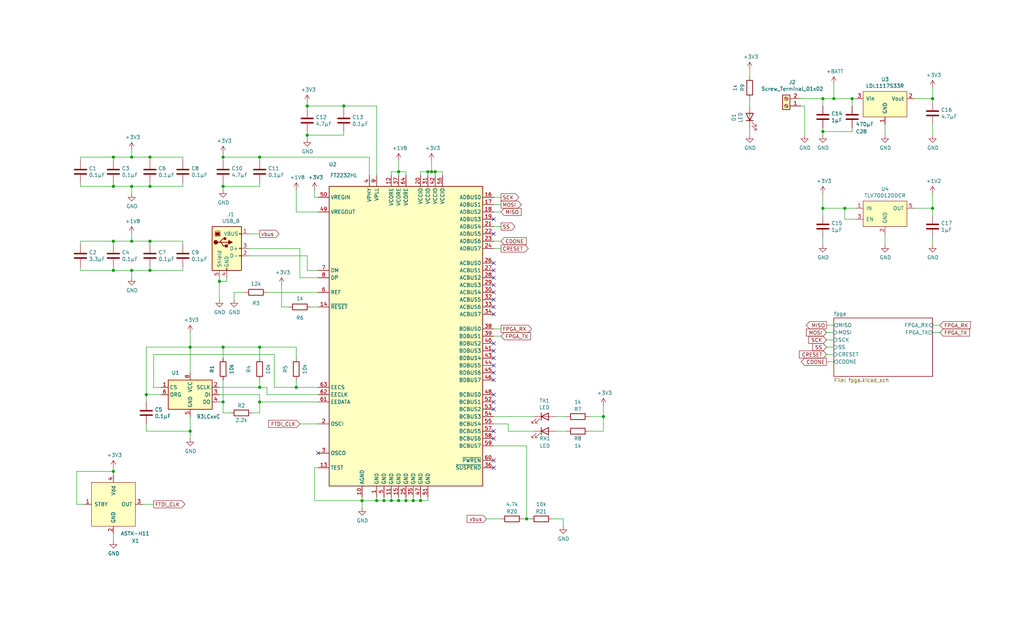
<source format=kicad_sch>
(kicad_sch (version 20231120) (generator "eeschema") (generator_version "8.0")
  (paper "USLegal")
  (lib_symbols
    (symbol "Connector:Screw_Terminal_01x02" (pin_names (offset 1.016) hide)
      (property "Reference" "J" (at 0 2.54 0))
      (property "Value" "Screw_Terminal_01x02" (at 0 -5.08 0))
      (symbol "Screw_Terminal_01x02_1_1"
        (rectangle (start -1.27 1.27) (end 1.27 -3.81) (stroke (width 0.254)) (fill (type background)))
        (circle (center 0 -2.54) (radius 0.635) (stroke (width 0.1524)))
        (polyline (pts (xy -0.5334 -2.2098) (xy 0.3302 -3.048)) (stroke (width 0.1524)))
        (polyline (pts (xy -0.5334 0.3302) (xy 0.3302 -0.508)) (stroke (width 0.1524)))
        (polyline (pts (xy -0.3556 -2.032) (xy 0.508 -2.8702)) (stroke (width 0.1524)))
        (polyline (pts (xy -0.3556 0.508) (xy 0.508 -0.3302)) (stroke (width 0.1524)))
        (circle (center 0 0) (radius 0.635) (stroke (width 0.1524)))
        (pin passive line (at -5.08 0 0) (length 3.81) (name "Pin_1") (number "1"))
        (pin passive line (at -5.08 -2.54 0) (length 3.81) (name "Pin_2") (number "2"))
      )
    )
    (symbol "Connector:USB_B" (pin_names (offset 1.016))
      (property "Reference" "J" (at -5.08 11.43 0))
      (property "Value" "USB_B" (at -5.08 8.89 0))
      (symbol "USB_B_0_1"
        (rectangle (start -5.08 -7.62) (end 5.08 7.62) (stroke (width 0.254)) (fill (type background)))
        (circle (center -3.81 2.159) (radius 0.635) (stroke (width 0.254)) (fill (type outline)))
        (rectangle (start -3.81 5.588) (end -2.54 4.572) (fill (type outline)))
        (circle (center -0.635 3.429) (radius 0.381) (stroke (width 0.254)) (fill (type outline)))
        (rectangle (start -0.127 -7.62) (end 0.127 -6.858))
        (polyline (pts (xy -1.905 2.159) (xy 0.635 2.159)) (stroke (width 0.254)))
        (polyline (pts (xy -3.175 2.159) (xy -2.54 2.159) (xy -1.27 3.429) (xy -0.635 3.429)) (stroke (width 0.254)))
        (polyline (pts (xy -2.54 2.159) (xy -1.905 2.159) (xy -1.27 0.889) (xy 0 0.889)) (stroke (width 0.254)))
        (polyline (pts (xy 0.635 2.794) (xy 0.635 1.524) (xy 1.905 2.159) (xy 0.635 2.794)) (stroke (width 0.254)) (fill (type outline)))
        (polyline (pts (xy -4.064 4.318) (xy -2.286 4.318) (xy -2.286 5.715) (xy -2.667 6.096) (xy -3.683 6.096) (xy -4.064 5.715) (xy -4.064 4.318)))
        (rectangle (start 0.254 1.27) (end -0.508 0.508) (stroke (width 0.254)) (fill (type outline)))
        (rectangle (start 5.08 -2.667) (end 4.318 -2.413))
        (rectangle (start 5.08 -0.127) (end 4.318 0.127))
        (rectangle (start 5.08 4.953) (end 4.318 5.207))
      )
      (symbol "USB_B_1_1"
        (pin power_out line (at 7.62 5.08 180) (length 2.54) (name "VBUS") (number "1"))
        (pin bidirectional line (at 7.62 -2.54 180) (length 2.54) (name "D-") (number "2"))
        (pin bidirectional line (at 7.62 0 180) (length 2.54) (name "D+") (number "3"))
        (pin power_out line (at 0 -10.16 90) (length 2.54) (name "GND") (number "4"))
        (pin passive line (at -2.54 -10.16 90) (length 2.54) (name "Shield") (number "5"))
      )
    )
    (symbol "Device:C" (pin_numbers hide) (pin_names (offset 0.254))
      (property "Reference" "C" (at 0.635 2.54 0))
      (property "Value" "C" (at 0.635 -2.54 0))
      (symbol "C_0_1"
        (polyline (pts (xy -2.032 -0.762) (xy 2.032 -0.762)) (stroke (width 0.508)))
        (polyline (pts (xy -2.032 0.762) (xy 2.032 0.762)) (stroke (width 0.508)))
      )
      (symbol "C_1_1"
        (pin passive line (at 0 3.81 270) (length 2.794) (name "~") (number "1"))
        (pin passive line (at 0 -3.81 90) (length 2.794) (name "~") (number "2"))
      )
    )
    (symbol "Device:LED" (pin_numbers hide) (pin_names (offset 1.016) hide)
      (property "Reference" "D" (at 0 2.54 0))
      (property "Value" "LED" (at 0 -2.54 0))
      (symbol "LED_0_1"
        (polyline (pts (xy -1.27 -1.27) (xy -1.27 1.27)) (stroke (width 0.254)))
        (polyline (pts (xy -1.27 0) (xy 1.27 0)))
        (polyline (pts (xy 1.27 -1.27) (xy 1.27 1.27) (xy -1.27 0) (xy 1.27 -1.27)) (stroke (width 0.254)))
        (polyline (pts (xy -3.048 -0.762) (xy -4.572 -2.286) (xy -3.81 -2.286) (xy -4.572 -2.286) (xy -4.572 -1.524)))
        (polyline (pts (xy -1.778 -0.762) (xy -3.302 -2.286) (xy -2.54 -2.286) (xy -3.302 -2.286) (xy -3.302 -1.524)))
      )
      (symbol "LED_1_1"
        (pin passive line (at -3.81 0 0) (length 2.54) (name "K") (number "1"))
        (pin passive line (at 3.81 0 180) (length 2.54) (name "A") (number "2"))
      )
    )
    (symbol "Device:R" (pin_numbers hide) (pin_names (offset 0))
      (property "Reference" "R" (at 2.032 0 90))
      (property "Value" "R" (at 0 0 90))
      (symbol "R_0_1"
        (rectangle (start -1.016 -2.54) (end 1.016 2.54) (stroke (width 0.254)))
      )
      (symbol "R_1_1"
        (pin passive line (at 0 3.81 270) (length 1.27) (name "~") (number "1"))
        (pin passive line (at 0 -3.81 90) (length 1.27) (name "~") (number "2"))
      )
    )
    (symbol "Interface_USB:FT2232HL"
      (property "Reference" "U" (at -26.67 53.34 0))
      (property "Value" "FT2232HL" (at 19.05 53.34 0))
      (symbol "FT2232HL_0_1"
        (rectangle (start -26.67 -52.07) (end 26.67 52.07) (stroke (width 0.254)) (fill (type background)))
      )
      (symbol "FT2232HL_1_1"
        (pin power_in line (at -10.16 -55.88 90) (length 3.81) (name "GND") (number "1"))
        (pin power_in line (at -15.24 -55.88 90) (length 3.81) (name "AGND") (number "10"))
        (pin power_in line (at -5.08 -55.88 90) (length 3.81) (name "GND") (number "11"))
        (pin power_in line (at -5.08 55.88 270) (length 3.81) (name "VCORE") (number "12"))
        (pin input line (at -30.48 -45.72 0) (length 3.81) (name "TEST") (number "13"))
        (pin input line (at -30.48 10.16 0) (length 3.81) (name "~{RESET}") (number "14"))
        (pin power_in line (at -2.54 -55.88 90) (length 3.81) (name "GND") (number "15"))
        (pin bidirectional line (at 30.48 48.26 180) (length 3.81) (name "ADBUS0") (number "16"))
        (pin bidirectional line (at 30.48 45.72 180) (length 3.81) (name "ADBUS1") (number "17"))
        (pin bidirectional line (at 30.48 43.18 180) (length 3.81) (name "ADBUS2") (number "18"))
        (pin bidirectional line (at 30.48 40.64 180) (length 3.81) (name "ADBUS3") (number "19"))
        (pin input line (at -30.48 -30.48 0) (length 3.81) (name "OSCI") (number "2"))
        (pin power_in line (at 5.08 55.88 270) (length 3.81) (name "VCCIO") (number "20"))
        (pin bidirectional line (at 30.48 38.1 180) (length 3.81) (name "ADBUS4") (number "21"))
        (pin bidirectional line (at 30.48 35.56 180) (length 3.81) (name "ADBUS5") (number "22"))
        (pin bidirectional line (at 30.48 33.02 180) (length 3.81) (name "ADBUS6") (number "23"))
        (pin bidirectional line (at 30.48 30.48 180) (length 3.81) (name "ADBUS7") (number "24"))
        (pin power_in line (at 0 -55.88 90) (length 3.81) (name "GND") (number "25"))
        (pin bidirectional line (at 30.48 25.4 180) (length 3.81) (name "ACBUS0") (number "26"))
        (pin bidirectional line (at 30.48 22.86 180) (length 3.81) (name "ACBUS1") (number "27"))
        (pin bidirectional line (at 30.48 20.32 180) (length 3.81) (name "ACBUS2") (number "28"))
        (pin bidirectional line (at 30.48 17.78 180) (length 3.81) (name "ACBUS3") (number "29"))
        (pin output line (at -30.48 -40.64 0) (length 3.81) (name "OSCO") (number "3"))
        (pin bidirectional line (at 30.48 15.24 180) (length 3.81) (name "ACBUS4") (number "30"))
        (pin power_in line (at 7.62 55.88 270) (length 3.81) (name "VCCIO") (number "31"))
        (pin bidirectional line (at 30.48 12.7 180) (length 3.81) (name "ACBUS5") (number "32"))
        (pin bidirectional line (at 30.48 10.16 180) (length 3.81) (name "ACBUS6") (number "33"))
        (pin bidirectional line (at 30.48 7.62 180) (length 3.81) (name "ACBUS7") (number "34"))
        (pin power_in line (at 2.54 -55.88 90) (length 3.81) (name "GND") (number "35"))
        (pin output line (at 30.48 -45.72 180) (length 3.81) (name "~{SUSPEND}") (number "36"))
        (pin power_in line (at -2.54 55.88 270) (length 3.81) (name "VCORE") (number "37"))
        (pin bidirectional line (at 30.48 2.54 180) (length 3.81) (name "BDBUS0") (number "38"))
        (pin bidirectional line (at 30.48 0 180) (length 3.81) (name "BDBUS1") (number "39"))
        (pin power_in line (at -12.7 55.88 270) (length 3.81) (name "VPHY") (number "4"))
        (pin bidirectional line (at 30.48 -2.54 180) (length 3.81) (name "BDBUS2") (number "40"))
        (pin bidirectional line (at 30.48 -5.08 180) (length 3.81) (name "BDBUS3") (number "41"))
        (pin power_in line (at 10.16 55.88 270) (length 3.81) (name "VCCIO") (number "42"))
        (pin bidirectional line (at 30.48 -7.62 180) (length 3.81) (name "BDBUS4") (number "43"))
        (pin bidirectional line (at 30.48 -10.16 180) (length 3.81) (name "BDBUS5") (number "44"))
        (pin bidirectional line (at 30.48 -12.7 180) (length 3.81) (name "BDBUS6") (number "45"))
        (pin bidirectional line (at 30.48 -15.24 180) (length 3.81) (name "BDBUS7") (number "46"))
        (pin power_in line (at 5.08 -55.88 90) (length 3.81) (name "GND") (number "47"))
        (pin bidirectional line (at 30.48 -20.32 180) (length 3.81) (name "BCBUS0") (number "48"))
        (pin power_out line (at -30.48 43.18 0) (length 3.81) (name "VREGOUT") (number "49"))
        (pin power_in line (at -7.62 -55.88 90) (length 3.81) (name "GND") (number "5"))
        (pin power_in line (at -30.48 48.26 0) (length 3.81) (name "VREGIN") (number "50"))
        (pin power_in line (at 7.62 -55.88 90) (length 3.81) (name "GND") (number "51"))
        (pin bidirectional line (at 30.48 -22.86 180) (length 3.81) (name "BCBUS1") (number "52"))
        (pin bidirectional line (at 30.48 -25.4 180) (length 3.81) (name "BCBUS2") (number "53"))
        (pin bidirectional line (at 30.48 -27.94 180) (length 3.81) (name "BCBUS3") (number "54"))
        (pin bidirectional line (at 30.48 -30.48 180) (length 3.81) (name "BCBUS4") (number "55"))
        (pin power_in line (at 12.7 55.88 270) (length 3.81) (name "VCCIO") (number "56"))
        (pin bidirectional line (at 30.48 -33.02 180) (length 3.81) (name "BCBUS5") (number "57"))
        (pin bidirectional line (at 30.48 -35.56 180) (length 3.81) (name "BCBUS6") (number "58"))
        (pin bidirectional line (at 30.48 -38.1 180) (length 3.81) (name "BCBUS7") (number "59"))
        (pin output line (at -30.48 15.24 0) (length 3.81) (name "REF") (number "6"))
        (pin output line (at 30.48 -43.18 180) (length 3.81) (name "~{PWREN}") (number "60"))
        (pin bidirectional line (at -30.48 -22.86 0) (length 3.81) (name "EEDATA") (number "61"))
        (pin output line (at -30.48 -20.32 0) (length 3.81) (name "EECLK") (number "62"))
        (pin output line (at -30.48 -17.78 0) (length 3.81) (name "EECS") (number "63"))
        (pin power_in line (at 0 55.88 270) (length 3.81) (name "VCORE") (number "64"))
        (pin bidirectional line (at -30.48 22.86 0) (length 3.81) (name "DM") (number "7"))
        (pin bidirectional line (at -30.48 20.32 0) (length 3.81) (name "DP") (number "8"))
        (pin input line (at -10.16 55.88 270) (length 3.81) (name "VPLL") (number "9"))
      )
    )
    (symbol "Memory_EEPROM:93LCxxC"
      (property "Reference" "U" (at -7.62 6.35 0))
      (property "Value" "93LCxxC" (at 2.54 -6.35 0))
      (symbol "93LCxxC_1_1"
        (rectangle (start -7.62 5.08) (end 7.62 -5.08) (stroke (width 0.254)) (fill (type background)))
        (pin input line (at -10.16 2.54 0) (length 2.54) (name "CS") (number "1"))
        (pin input line (at 10.16 2.54 180) (length 2.54) (name "SCLK") (number "2"))
        (pin input line (at 10.16 0 180) (length 2.54) (name "DI") (number "3"))
        (pin tri_state line (at 10.16 -2.54 180) (length 2.54) (name "DO") (number "4"))
        (pin power_in line (at 0 -7.62 90) (length 2.54) (name "GND") (number "5"))
        (pin input line (at -10.16 0 0) (length 2.54) (name "ORG") (number "6"))
        (pin no_connect line (at -7.62 -2.54 0) (length 2.54) hide (name "NC") (number "7"))
        (pin power_in line (at 0 7.62 270) (length 2.54) (name "VCC") (number "8"))
      )
    )
    (symbol "pet_on_a_chip:ASTX-H11" (pin_names (offset 1.016))
      (property "Reference" "X" (at 6.35 -12.7 0))
      (property "Value" "ASTX-H11" (at 6.35 -10.16 0))
      (symbol "ASTX-H11_0_1"
        (rectangle (start -7.62 7.62) (end 7.62 -7.62) (fill (type background)))
      )
      (symbol "ASTX-H11_1_1"
        (pin input line (at -10.16 0 0) (length 2.54) (name "STBY") (number "1"))
        (pin power_in line (at 0 -10.16 90) (length 2.54) (name "GND") (number "2"))
        (pin power_in line (at 10.16 0 180) (length 2.54) (name "OUT") (number "3"))
        (pin power_in line (at 0 10.16 270) (length 2.54) (name "Vdd") (number "4"))
      )
    )
    (symbol "pet_on_a_chip:LDL1117S33R" (pin_names (offset 1.016))
      (property "Reference" "U" (at 0 6.35 0))
      (property "Value" "LDL1117S33R" (at 0 3.81 0))
      (symbol "LDL1117S33R_0_1"
        (rectangle (start -7.62 2.54) (end 7.62 -6.35) (fill (type background)))
      )
      (symbol "LDL1117S33R_1_1"
        (pin power_in line (at 0 -8.89 90) (length 2.54) (name "GND") (number "1"))
        (pin power_out line (at 10.16 0 180) (length 2.54) (name "Vout") (number "2"))
        (pin power_in line (at -10.16 0 0) (length 2.54) (name "Vin") (number "3"))
      )
    )
    (symbol "pet_on_a_chip:TLV70012DDCR" (pin_names (offset 1.016))
      (property "Reference" "U" (at 0 7.62 0))
      (property "Value" "TLV70012DDCR" (at 0 5.08 0))
      (symbol "TLV70012DDCR_0_1"
        (rectangle (start 7.62 -5.08) (end -7.62 3.81) (fill (type background)))
      )
      (symbol "TLV70012DDCR_1_1"
        (pin power_in line (at -10.16 1.27 0) (length 2.54) (name "IN") (number "1"))
        (pin power_in line (at 0 -7.62 90) (length 2.54) (name "GND") (number "2"))
        (pin input line (at -10.16 -2.54 0) (length 2.54) (name "EN") (number "3"))
        (pin power_out line (at 10.16 1.27 180) (length 2.54) (name "OUT") (number "5"))
      )
    )
    (symbol "power:+1V2" (power) (pin_names (offset 0))
      (property "Value" "+1V2" (at 0 3.556 0))
      (symbol "+1V2_0_1"
        (polyline (pts (xy -0.762 1.27) (xy 0 2.54)))
        (polyline (pts (xy 0 0) (xy 0 2.54)))
        (polyline (pts (xy 0 2.54) (xy 0.762 1.27)))
      )
      (symbol "+1V2_1_1"
        (pin power_in line (at 0 0 90) (length 0) hide (name "+1V2") (number "1"))
      )
    )
    (symbol "power:+1V8" (power) (pin_names (offset 0))
      (property "Value" "+1V8" (at 0 3.556 0))
      (symbol "+1V8_0_1"
        (polyline (pts (xy -0.762 1.27) (xy 0 2.54)))
        (polyline (pts (xy 0 0) (xy 0 2.54)))
        (polyline (pts (xy 0 2.54) (xy 0.762 1.27)))
      )
      (symbol "+1V8_1_1"
        (pin power_in line (at 0 0 90) (length 0) hide (name "+1V8") (number "1"))
      )
    )
    (symbol "power:+3.3V" (power) (pin_names (offset 0))
      (property "Value" "+3.3V" (at 0 3.556 0))
      (symbol "+3.3V_0_1"
        (polyline (pts (xy -0.762 1.27) (xy 0 2.54)))
        (polyline (pts (xy 0 0) (xy 0 2.54)))
        (polyline (pts (xy 0 2.54) (xy 0.762 1.27)))
      )
      (symbol "+3.3V_1_1"
        (pin power_in line (at 0 0 90) (length 0) hide (name "+3V3") (number "1"))
      )
    )
    (symbol "power:+BATT" (power) (pin_names (offset 0))
      (property "Value" "+BATT" (at 0 3.556 0))
      (symbol "+BATT_0_1"
        (polyline (pts (xy -0.762 1.27) (xy 0 2.54)))
        (polyline (pts (xy 0 0) (xy 0 2.54)))
        (polyline (pts (xy 0 2.54) (xy 0.762 1.27)))
      )
      (symbol "+BATT_1_1"
        (pin power_in line (at 0 0 90) (length 0) hide (name "+BATT") (number "1"))
      )
    )
    (symbol "power:GND" (power) (pin_names (offset 0))
      (property "Value" "GND" (at 0 -3.81 0))
      (symbol "GND_0_1"
        (polyline (pts (xy 0 0) (xy 0 -1.27) (xy 1.27 -1.27) (xy 0 -2.54) (xy -1.27 -1.27) (xy 0 -1.27)))
      )
      (symbol "GND_1_1"
        (pin power_in line (at 0 0 270) (length 0) hide (name "GND") (number "1"))
      )
    )
  )
  (junction (at 285.75 34.29))
  (junction (at 146.05 173.99))
  (junction (at 90.17 134.62))
  (junction (at 45.72 64.77))
  (junction (at 119.38 36.83))
  (junction (at 285.75 72.39))
  (junction (at 106.68 46.99))
  (junction (at 39.37 83.82))
  (junction (at 143.51 173.99))
  (junction (at 293.37 72.39))
  (junction (at 39.37 93.98))
  (junction (at 39.37 163.83))
  (junction (at 323.85 34.29))
  (junction (at 50.8 137.16))
  (junction (at 52.07 64.77))
  (junction (at 52.07 54.61))
  (junction (at 52.07 93.98))
  (junction (at 133.35 173.99))
  (junction (at 138.43 173.99))
  (junction (at 90.17 120.65))
  (junction (at 45.72 83.82))
  (junction (at 125.73 173.99))
  (junction (at 135.89 173.99))
  (junction (at 138.43 59.69))
  (junction (at 106.68 36.83))
  (junction (at 209.55 144.78))
  (junction (at 45.72 54.61))
  (junction (at 130.81 173.99))
  (junction (at 149.86 59.69))
  (junction (at 289.56 34.29))
  (junction (at 77.47 64.77))
  (junction (at 90.17 54.61))
  (junction (at 45.72 93.98))
  (junction (at 90.17 139.7))
  (junction (at 140.97 173.99))
  (junction (at 323.85 72.39))
  (junction (at 148.59 59.69))
  (junction (at 66.04 120.65))
  (junction (at 52.07 83.82))
  (junction (at 182.88 180.34))
  (junction (at 39.37 54.61))
  (junction (at 76.2 97.79))
  (junction (at 66.04 149.86))
  (junction (at 295.91 34.29))
  (junction (at 77.47 139.7))
  (junction (at 151.13 59.69))
  (junction (at 285.75 45.72))
  (junction (at 102.87 134.62))
  (junction (at 77.47 54.61))
  (junction (at 39.37 64.77))
  (junction (at 77.47 120.65))
  (no_connect (at 110.49 157.48))
  (no_connect (at 171.45 139.7))
  (no_connect (at 171.45 137.16))
  (no_connect (at 171.45 152.4))
  (no_connect (at 171.45 149.86))
  (no_connect (at 171.45 160.02))
  (no_connect (at 171.45 162.56))
  (no_connect (at 171.45 142.24))
  (no_connect (at 171.45 132.08))
  (no_connect (at 171.45 129.54))
  (no_connect (at 171.45 127))
  (no_connect (at 171.45 81.28))
  (no_connect (at 171.45 76.2))
  (no_connect (at 171.45 91.44))
  (no_connect (at 171.45 93.98))
  (no_connect (at 171.45 96.52))
  (no_connect (at 171.45 99.06))
  (no_connect (at 171.45 101.6))
  (no_connect (at 171.45 104.14))
  (no_connect (at 171.45 106.68))
  (no_connect (at 171.45 109.22))
  (no_connect (at 171.45 124.46))
  (no_connect (at 171.45 121.92))
  (no_connect (at 171.45 119.38))
  (wire (pts (xy 109.22 173.99) (xy 125.73 173.99)))
  (wire (pts (xy 125.73 173.99) (xy 125.73 176.53)))
  (wire (pts (xy 109.22 162.56) (xy 109.22 173.99)))
  (wire (pts (xy 146.05 173.99) (xy 148.59 173.99)))
  (wire (pts (xy 50.8 137.16) (xy 50.8 120.65)))
  (wire (pts (xy 307.34 81.28) (xy 307.34 85.09)))
  (wire (pts (xy 39.37 162.56) (xy 39.37 163.83)))
  (wire (pts (xy 135.89 172.72) (xy 135.89 173.99)))
  (wire (pts (xy 52.07 64.77) (xy 45.72 64.77)))
  (wire (pts (xy 102.87 124.46) (xy 102.87 120.65)))
  (wire (pts (xy 66.04 149.86) (xy 66.04 144.78)))
  (wire (pts (xy 39.37 92.71) (xy 39.37 93.98)))
  (wire (pts (xy 171.45 83.82) (xy 173.99 83.82)))
  (wire (pts (xy 92.71 101.6) (xy 110.49 101.6)))
  (wire (pts (xy 297.18 76.2) (xy 293.37 76.2)))
  (wire (pts (xy 27.94 93.98) (xy 39.37 93.98)))
  (wire (pts (xy 138.43 59.69) (xy 140.97 59.69)))
  (wire (pts (xy 52.07 93.98) (xy 52.07 92.71)))
  (wire (pts (xy 295.91 36.83) (xy 295.91 34.29)))
  (wire (pts (xy 138.43 55.88) (xy 138.43 59.69)))
  (wire (pts (xy 90.17 132.08) (xy 90.17 134.62)))
  (wire (pts (xy 50.8 137.16) (xy 50.8 139.7)))
  (wire (pts (xy 104.14 147.32) (xy 110.49 147.32)))
  (wire (pts (xy 45.72 54.61) (xy 52.07 54.61)))
  (wire (pts (xy 77.47 120.65) (xy 77.47 124.46)))
  (wire (pts (xy 149.86 59.69) (xy 151.13 59.69)))
  (wire (pts (xy 39.37 163.83) (xy 39.37 165.1)))
  (wire (pts (xy 39.37 85.09) (xy 39.37 83.82)))
  (wire (pts (xy 63.5 83.82) (xy 63.5 85.09)))
  (wire (pts (xy 77.47 64.77) (xy 90.17 64.77)))
  (wire (pts (xy 90.17 143.51) (xy 90.17 139.7)))
  (wire (pts (xy 140.97 173.99) (xy 143.51 173.99)))
  (wire (pts (xy 285.75 72.39) (xy 293.37 72.39)))
  (wire (pts (xy 119.38 36.83) (xy 119.38 38.1)))
  (wire (pts (xy 140.97 60.96) (xy 140.97 59.69)))
  (wire (pts (xy 287.02 118.11) (xy 289.56 118.11)))
  (wire (pts (xy 326.39 115.57) (xy 323.85 115.57)))
  (wire (pts (xy 181.61 180.34) (xy 182.88 180.34)))
  (wire (pts (xy 90.17 134.62) (xy 92.71 134.62)))
  (wire (pts (xy 45.72 64.77) (xy 39.37 64.77)))
  (wire (pts (xy 196.85 144.78) (xy 193.04 144.78)))
  (wire (pts (xy 66.04 115.57) (xy 66.04 120.65)))
  (wire (pts (xy 29.21 175.26) (xy 26.67 175.26)))
  (wire (pts (xy 125.73 173.99) (xy 130.81 173.99)))
  (wire (pts (xy 90.17 139.7) (xy 90.17 137.16)))
  (wire (pts (xy 135.89 60.96) (xy 135.89 59.69)))
  (wire (pts (xy 106.68 45.72) (xy 106.68 46.99)))
  (wire (pts (xy 182.88 154.94) (xy 171.45 154.94)))
  (wire (pts (xy 287.02 115.57) (xy 289.56 115.57)))
  (wire (pts (xy 27.94 92.71) (xy 27.94 93.98)))
  (wire (pts (xy 176.53 149.86) (xy 176.53 147.32)))
  (wire (pts (xy 295.91 45.72) (xy 285.75 45.72)))
  (wire (pts (xy 176.53 147.32) (xy 171.45 147.32)))
  (wire (pts (xy 171.45 86.36) (xy 173.99 86.36)))
  (wire (pts (xy 45.72 81.28) (xy 45.72 83.82)))
  (wire (pts (xy 107.95 106.68) (xy 110.49 106.68)))
  (wire (pts (xy 182.88 180.34) (xy 182.88 154.94)))
  (wire (pts (xy 45.72 93.98) (xy 52.07 93.98)))
  (wire (pts (xy 52.07 83.82) (xy 63.5 83.82)))
  (wire (pts (xy 77.47 63.5) (xy 77.47 64.77)))
  (wire (pts (xy 39.37 55.88) (xy 39.37 54.61)))
  (wire (pts (xy 326.39 113.03) (xy 323.85 113.03)))
  (wire (pts (xy 81.28 104.14) (xy 81.28 101.6)))
  (wire (pts (xy 106.68 36.83) (xy 119.38 36.83)))
  (wire (pts (xy 39.37 185.42) (xy 39.37 187.96)))
  (wire (pts (xy 90.17 120.65) (xy 90.17 124.46)))
  (wire (pts (xy 106.68 38.1) (xy 106.68 36.83)))
  (wire (pts (xy 97.79 106.68) (xy 100.33 106.68)))
  (wire (pts (xy 285.75 44.45) (xy 285.75 45.72)))
  (wire (pts (xy 171.45 73.66) (xy 173.99 73.66)))
  (wire (pts (xy 76.2 96.52) (xy 76.2 97.79)))
  (wire (pts (xy 171.45 68.58) (xy 173.99 68.58)))
  (wire (pts (xy 77.47 53.34) (xy 77.47 54.61)))
  (wire (pts (xy 106.68 46.99) (xy 119.38 46.99)))
  (wire (pts (xy 106.68 88.9) (xy 106.68 93.98)))
  (wire (pts (xy 173.99 71.12) (xy 171.45 71.12)))
  (wire (pts (xy 185.42 144.78) (xy 171.45 144.78)))
  (wire (pts (xy 185.42 149.86) (xy 176.53 149.86)))
  (wire (pts (xy 260.35 34.29) (xy 260.35 36.83)))
  (wire (pts (xy 52.07 64.77) (xy 63.5 64.77)))
  (wire (pts (xy 76.2 139.7) (xy 77.47 139.7)))
  (wire (pts (xy 151.13 60.96) (xy 151.13 59.69)))
  (wire (pts (xy 323.85 82.55) (xy 323.85 85.09)))
  (wire (pts (xy 285.75 82.55) (xy 285.75 85.09)))
  (wire (pts (xy 151.13 59.69) (xy 153.67 59.69)))
  (wire (pts (xy 77.47 54.61) (xy 90.17 54.61)))
  (wire (pts (xy 102.87 120.65) (xy 90.17 120.65)))
  (wire (pts (xy 87.63 143.51) (xy 90.17 143.51)))
  (wire (pts (xy 193.04 149.86) (xy 196.85 149.86)))
  (wire (pts (xy 27.94 54.61) (xy 39.37 54.61)))
  (wire (pts (xy 77.47 132.08) (xy 77.47 139.7)))
  (wire (pts (xy 104.14 86.36) (xy 104.14 96.52)))
  (wire (pts (xy 133.35 173.99) (xy 135.89 173.99)))
  (wire (pts (xy 45.72 64.77) (xy 45.72 67.31)))
  (wire (pts (xy 76.2 137.16) (xy 90.17 137.16)))
  (wire (pts (xy 171.45 114.3) (xy 173.99 114.3)))
  (wire (pts (xy 307.34 43.18) (xy 307.34 46.99)))
  (wire (pts (xy 52.07 83.82) (xy 52.07 85.09)))
  (wire (pts (xy 45.72 96.52) (xy 45.72 93.98)))
  (wire (pts (xy 149.86 55.88) (xy 149.86 59.69)))
  (wire (pts (xy 66.04 129.54) (xy 66.04 120.65)))
  (wire (pts (xy 285.75 36.83) (xy 285.75 34.29)))
  (wire (pts (xy 76.2 134.62) (xy 90.17 134.62)))
  (wire (pts (xy 27.94 55.88) (xy 27.94 54.61)))
  (wire (pts (xy 209.55 144.78) (xy 209.55 149.86)))
  (wire (pts (xy 323.85 43.18) (xy 323.85 46.99)))
  (wire (pts (xy 39.37 63.5) (xy 39.37 64.77)))
  (wire (pts (xy 39.37 54.61) (xy 45.72 54.61)))
  (wire (pts (xy 287.02 113.03) (xy 289.56 113.03)))
  (wire (pts (xy 195.58 180.34) (xy 195.58 182.88)))
  (wire (pts (xy 148.59 173.99) (xy 148.59 172.72)))
  (wire (pts (xy 110.49 139.7) (xy 90.17 139.7)))
  (wire (pts (xy 209.55 149.86) (xy 204.47 149.86)))
  (wire (pts (xy 285.75 74.93) (xy 285.75 72.39)))
  (wire (pts (xy 110.49 134.62) (xy 102.87 134.62)))
  (wire (pts (xy 102.87 132.08) (xy 102.87 134.62)))
  (wire (pts (xy 209.55 140.97) (xy 209.55 144.78)))
  (wire (pts (xy 260.35 44.45) (xy 260.35 46.99)))
  (wire (pts (xy 130.81 173.99) (xy 133.35 173.99)))
  (wire (pts (xy 119.38 36.83) (xy 130.81 36.83)))
  (wire (pts (xy 110.49 93.98) (xy 106.68 93.98)))
  (wire (pts (xy 295.91 34.29) (xy 297.18 34.29)))
  (wire (pts (xy 76.2 97.79) (xy 78.74 97.79)))
  (wire (pts (xy 128.27 54.61) (xy 128.27 60.96)))
  (wire (pts (xy 285.75 34.29) (xy 289.56 34.29)))
  (wire (pts (xy 135.89 173.99) (xy 138.43 173.99)))
  (wire (pts (xy 191.77 180.34) (xy 195.58 180.34)))
  (wire (pts (xy 97.79 99.06) (xy 97.79 106.68)))
  (wire (pts (xy 146.05 59.69) (xy 148.59 59.69)))
  (wire (pts (xy 52.07 54.61) (xy 52.07 55.88)))
  (wire (pts (xy 171.45 116.84) (xy 173.99 116.84)))
  (wire (pts (xy 78.74 97.79) (xy 78.74 96.52)))
  (wire (pts (xy 45.72 52.07) (xy 45.72 54.61)))
  (wire (pts (xy 90.17 64.77) (xy 90.17 63.5)))
  (wire (pts (xy 90.17 54.61) (xy 90.17 55.88)))
  (wire (pts (xy 278.13 36.83) (xy 279.4 36.83)))
  (wire (pts (xy 148.59 59.69) (xy 149.86 59.69)))
  (wire (pts (xy 53.34 175.26) (xy 49.53 175.26)))
  (wire (pts (xy 86.36 88.9) (xy 106.68 88.9)))
  (wire (pts (xy 95.25 134.62) (xy 95.25 123.19)))
  (wire (pts (xy 53.34 134.62) (xy 55.88 134.62)))
  (wire (pts (xy 77.47 143.51) (xy 80.01 143.51)))
  (wire (pts (xy 182.88 180.34) (xy 184.15 180.34)))
  (wire (pts (xy 323.85 67.31) (xy 323.85 72.39)))
  (wire (pts (xy 55.88 137.16) (xy 50.8 137.16)))
  (wire (pts (xy 293.37 72.39) (xy 297.18 72.39)))
  (wire (pts (xy 125.73 172.72) (xy 125.73 173.99)))
  (wire (pts (xy 39.37 93.98) (xy 45.72 93.98)))
  (wire (pts (xy 110.49 162.56) (xy 109.22 162.56)))
  (wire (pts (xy 285.75 45.72) (xy 285.75 46.99)))
  (wire (pts (xy 323.85 34.29) (xy 323.85 30.48)))
  (wire (pts (xy 130.81 36.83) (xy 130.81 60.96)))
  (wire (pts (xy 119.38 46.99) (xy 119.38 45.72)))
  (wire (pts (xy 50.8 120.65) (xy 66.04 120.65)))
  (wire (pts (xy 295.91 44.45) (xy 295.91 45.72)))
  (wire (pts (xy 135.89 59.69) (xy 138.43 59.69)))
  (wire (pts (xy 110.49 137.16) (xy 92.71 137.16)))
  (wire (pts (xy 106.68 35.56) (xy 106.68 36.83)))
  (wire (pts (xy 92.71 137.16) (xy 92.71 134.62)))
  (wire (pts (xy 143.51 173.99) (xy 146.05 173.99)))
  (wire (pts (xy 66.04 120.65) (xy 77.47 120.65)))
  (wire (pts (xy 140.97 172.72) (xy 140.97 173.99)))
  (wire (pts (xy 63.5 93.98) (xy 63.5 92.71)))
  (wire (pts (xy 285.75 67.31) (xy 285.75 72.39)))
  (wire (pts (xy 104.14 96.52) (xy 110.49 96.52)))
  (wire (pts (xy 317.5 34.29) (xy 323.85 34.29)))
  (wire (pts (xy 45.72 83.82) (xy 52.07 83.82)))
  (wire (pts (xy 287.02 123.19) (xy 289.56 123.19)))
  (wire (pts (xy 52.07 54.61) (xy 63.5 54.61)))
  (wire (pts (xy 81.28 101.6) (xy 85.09 101.6)))
  (wire (pts (xy 287.02 120.65) (xy 289.56 120.65)))
  (wire (pts (xy 109.22 66.04) (xy 109.22 68.58)))
  (wire (pts (xy 323.85 72.39) (xy 323.85 74.93)))
  (wire (pts (xy 52.07 93.98) (xy 63.5 93.98)))
  (wire (pts (xy 77.47 55.88) (xy 77.47 54.61)))
  (wire (pts (xy 317.5 72.39) (xy 323.85 72.39)))
  (wire (pts (xy 50.8 149.86) (xy 66.04 149.86)))
  (wire (pts (xy 106.68 46.99) (xy 106.68 48.26)))
  (wire (pts (xy 86.36 86.36) (xy 104.14 86.36)))
  (wire (pts (xy 130.81 172.72) (xy 130.81 173.99)))
  (wire (pts (xy 260.35 24.13) (xy 260.35 26.67)))
  (wire (pts (xy 90.17 54.61) (xy 128.27 54.61)))
  (wire (pts (xy 148.59 60.96) (xy 148.59 59.69)))
  (wire (pts (xy 90.17 81.28) (xy 86.36 81.28)))
  (wire (pts (xy 143.51 172.72) (xy 143.51 173.99)))
  (wire (pts (xy 289.56 34.29) (xy 295.91 34.29)))
  (wire (pts (xy 289.56 29.21) (xy 289.56 34.29)))
  (wire (pts (xy 173.99 78.74) (xy 171.45 78.74)))
  (wire (pts (xy 102.87 66.04) (xy 102.87 73.66)))
  (wire (pts (xy 26.67 175.26) (xy 26.67 163.83)))
  (wire (pts (xy 146.05 172.72) (xy 146.05 173.99)))
  (wire (pts (xy 102.87 73.66) (xy 110.49 73.66)))
  (wire (pts (xy 90.17 120.65) (xy 77.47 120.65)))
  (wire (pts (xy 77.47 139.7) (xy 77.47 143.51)))
  (wire (pts (xy 52.07 63.5) (xy 52.07 64.77)))
  (wire (pts (xy 168.91 180.34) (xy 173.99 180.34)))
  (wire (pts (xy 279.4 36.83) (xy 279.4 46.99)))
  (wire (pts (xy 50.8 147.32) (xy 50.8 149.86)))
  (wire (pts (xy 146.05 60.96) (xy 146.05 59.69)))
  (wire (pts (xy 39.37 64.77) (xy 27.94 64.77)))
  (wire (pts (xy 133.35 172.72) (xy 133.35 173.99)))
  (wire (pts (xy 77.47 64.77) (xy 77.47 66.04)))
  (wire (pts (xy 95.25 123.19) (xy 53.34 123.19)))
  (wire (pts (xy 27.94 64.77) (xy 27.94 63.5)))
  (wire (pts (xy 293.37 76.2) (xy 293.37 72.39)))
  (wire (pts (xy 39.37 83.82) (xy 45.72 83.82)))
  (wire (pts (xy 53.34 123.19) (xy 53.34 134.62)))
  (wire (pts (xy 27.94 83.82) (xy 39.37 83.82)))
  (wire (pts (xy 204.47 144.78) (xy 209.55 144.78)))
  (wire (pts (xy 323.85 34.29) (xy 323.85 35.56)))
  (wire (pts (xy 138.43 173.99) (xy 140.97 173.99)))
  (wire (pts (xy 27.94 85.09) (xy 27.94 83.82)))
  (wire (pts (xy 278.13 34.29) (xy 285.75 34.29)))
  (wire (pts (xy 102.87 134.62) (xy 95.25 134.62)))
  (wire (pts (xy 287.02 125.73) (xy 289.56 125.73)))
  (wire (pts (xy 63.5 54.61) (xy 63.5 55.88)))
  (wire (pts (xy 138.43 172.72) (xy 138.43 173.99)))
  (wire (pts (xy 153.67 59.69) (xy 153.67 60.96)))
  (wire (pts (xy 63.5 64.77) (xy 63.5 63.5)))
  (wire (pts (xy 26.67 163.83) (xy 39.37 163.83)))
  (wire (pts (xy 109.22 68.58) (xy 110.49 68.58)))
  (wire (pts (xy 138.43 60.96) (xy 138.43 59.69)))
  (wire (pts (xy 76.2 97.79) (xy 76.2 104.14)))
  (wire (pts (xy 66.04 149.86) (xy 66.04 152.4)))
  (global_label "vbus" (shape input) (at 168.91 180.34 180) (property "Intersheetrefs" "${INTERSHEET_REFS}" (effects (hide yes))))
  (global_label "SCK" (shape input) (at 287.02 118.11 180) (property "Intersheetrefs" "${INTERSHEET_REFS}" (effects (hide yes))))
  (global_label "CRESET" (shape input) (at 287.02 123.19 180) (property "Intersheetrefs" "${INTERSHEET_REFS}" (effects (hide yes))))
  (global_label "MISO" (shape output) (at 287.02 113.03 180) (property "Intersheetrefs" "${INTERSHEET_REFS}" (effects (hide yes))))
  (global_label "FPGA_RX" (shape output) (at 173.99 114.3 0) (property "Intersheetrefs" "${INTERSHEET_REFS}" (effects (hide yes))))
  (global_label "CDONE" (shape input) (at 173.99 83.82 0) (property "Intersheetrefs" "${INTERSHEET_REFS}" (effects (hide yes))))
  (global_label "SS" (shape input) (at 287.02 120.65 180) (property "Intersheetrefs" "${INTERSHEET_REFS}" (effects (hide yes))))
  (global_label "FPGA_RX" (shape input) (at 326.39 113.03 0) (property "Intersheetrefs" "${INTERSHEET_REFS}" (effects (hide yes))))
  (global_label "SCK" (shape output) (at 173.99 68.58 0) (property "Intersheetrefs" "${INTERSHEET_REFS}" (effects (hide yes))))
  (global_label "MOSI" (shape input) (at 287.02 115.57 180) (property "Intersheetrefs" "${INTERSHEET_REFS}" (effects (hide yes))))
  (global_label "SS" (shape output) (at 173.99 78.74 0) (property "Intersheetrefs" "${INTERSHEET_REFS}" (effects (hide yes))))
  (global_label "MOSI" (shape output) (at 173.99 71.12 0) (property "Intersheetrefs" "${INTERSHEET_REFS}" (effects (hide yes))))
  (global_label "FTDI_CLK" (shape input) (at 104.14 147.32 180) (property "Intersheetrefs" "${INTERSHEET_REFS}" (effects (hide yes))))
  (global_label "CDONE" (shape output) (at 287.02 125.73 180) (property "Intersheetrefs" "${INTERSHEET_REFS}" (effects (hide yes))))
  (global_label "MISO" (shape input) (at 173.99 73.66 0) (property "Intersheetrefs" "${INTERSHEET_REFS}" (effects (hide yes))))
  (global_label "vbus" (shape output) (at 90.17 81.28 0) (property "Intersheetrefs" "${INTERSHEET_REFS}" (effects (hide yes))))
  (global_label "FPGA_TX" (shape input) (at 173.99 116.84 0) (property "Intersheetrefs" "${INTERSHEET_REFS}" (effects (hide yes))))
  (global_label "FTDI_CLK" (shape output) (at 53.34 175.26 0) (property "Intersheetrefs" "${INTERSHEET_REFS}" (effects (hide yes))))
  (global_label "CRESET" (shape output) (at 173.99 86.36 0) (property "Intersheetrefs" "${INTERSHEET_REFS}" (effects (hide yes))))
  (global_label "FPGA_TX" (shape input) (at 326.39 115.57 0) (property "Intersheetrefs" "${INTERSHEET_REFS}" (effects (hide yes))))
  (symbol (lib_id "Interface_USB:FT2232HL") (at 140.97 116.84 0) (unit 1)
    (property "Reference" "U2" (at 115.57 57.15 0))
    (property "Value" "FT2232HL" (at 119.38 60.96 0))
    (property "Footprint" "Package_QFP:LQFP-64_10x10mm_P0.5mm" (effects (hide yes)))
    (property "Datasheet" "https://www.ftdichip.com/Support/Documents/DataSheets/ICs/DS_FT2232H.pdf" (effects (hide yes)))
  )
  (symbol (lib_id "Memory_EEPROM:93LCxxC") (at 66.04 137.16 0) (unit 1)
    (property "Reference" "U1" (at 60.96 129.54 0))
    (property "Value" "93LCxxC" (at 72.39 144.78 0))
    (property "Footprint" "Package_SO:SOIC-8_3.9x4.9mm_P1.27mm" (effects (hide yes)))
    (property "Datasheet" "http://ww1.microchip.com/downloads/en/DeviceDoc/20001749K.pdf" (effects (hide yes)))
  )
  (symbol (lib_id "power:GND") (at 125.73 176.53 0) (unit 1)
    (property "Reference" "#PWR018" (effects (hide yes)))
    (property "Value" "GND" (at 125.857 180.9242 0))
  )
  (symbol (lib_id "Device:R") (at 83.82 143.51 270) (unit 1)
    (property "Reference" "R2" (at 83.82 140.97 90))
    (property "Value" "2.2k" (at 83.82 146.05 90))
    (property "Footprint" "Resistor_SMD:R_0603_1608Metric" (effects (hide yes)))
  )
  (symbol (lib_id "Device:R") (at 88.9 101.6 270) (unit 1)
    (property "Reference" "R3" (at 88.9 105.41 90))
    (property "Value" "12k" (at 88.9 98.6536 90))
    (property "Footprint" "Resistor_SMD:R_0603_1608Metric" (effects (hide yes)))
  )
  (symbol (lib_id "power:GND") (at 81.28 104.14 0) (unit 1)
    (property "Reference" "#PWR012" (effects (hide yes)))
    (property "Value" "GND" (at 81.407 108.5342 0))
  )
  (symbol (lib_id "power:+3.3V") (at 149.86 55.88 0) (unit 1)
    (property "Reference" "#PWR020" (effects (hide yes)))
    (property "Value" "+3V3" (at 150.241 51.4858 0))
  )
  (symbol (lib_id "Device:R") (at 77.47 128.27 180) (unit 1)
    (property "Reference" "R1" (at 73.66 128.27 90))
    (property "Value" "10k" (at 80.4164 128.27 90))
    (property "Footprint" "Resistor_SMD:R_0603_1608Metric" (effects (hide yes)))
  )
  (symbol (lib_id "Device:R") (at 102.87 128.27 180) (unit 1)
    (property "Reference" "R5" (at 99.06 128.27 90))
    (property "Value" "10k" (at 105.8164 128.27 90))
    (property "Footprint" "Resistor_SMD:R_0603_1608Metric" (effects (hide yes)))
  )
  (symbol (lib_id "Device:R") (at 90.17 128.27 180) (unit 1)
    (property "Reference" "R4" (at 86.36 128.27 90))
    (property "Value" "10k" (at 93.1164 128.27 90))
    (property "Footprint" "Resistor_SMD:R_0603_1608Metric" (effects (hide yes)))
  )
  (symbol (lib_id "Device:R") (at 104.14 106.68 270) (unit 1)
    (property "Reference" "R6" (at 104.14 110.49 90))
    (property "Value" "1k" (at 104.14 103.7336 90))
    (property "Footprint" "Resistor_SMD:R_0603_1608Metric" (effects (hide yes)))
  )
  (symbol (lib_id "power:+3.3V") (at 97.79 99.06 0) (unit 1)
    (property "Reference" "#PWR013" (effects (hide yes)))
    (property "Value" "+3V3" (at 98.171 94.6658 0))
  )
  (symbol (lib_id "Device:C") (at 50.8 143.51 0) (unit 1)
    (property "Reference" "C5" (at 53.721 142.3416 0) (effects (justify left)))
    (property "Value" "0.1µF" (at 53.721 144.653 0) (effects (justify left)))
    (property "Footprint" "Capacitor_SMD:C_0603_1608Metric" (effects (hide yes)))
  )
  (symbol (lib_id "power:+3.3V") (at 109.22 66.04 0) (unit 1)
    (property "Reference" "#PWR017" (effects (hide yes)))
    (property "Value" "+3V3" (at 109.601 61.6458 0))
  )
  (symbol (lib_id "power:GND") (at 66.04 152.4 0) (unit 1)
    (property "Reference" "#PWR08" (effects (hide yes)))
    (property "Value" "GND" (at 66.167 156.7942 0))
  )
  (symbol (lib_id "pet_on_a_chip:LDL1117S33R") (at 307.34 34.29 0) (unit 1)
    (property "Reference" "U3" (at 307.34 27.559 0))
    (property "Value" "LDL1117S33R" (at 307.34 29.8704 0))
    (property "Footprint" "Package_TO_SOT_SMD:SOT-223-3_TabPin2" (effects (hide yes)))
  )
  (symbol (lib_id "power:GND") (at 307.34 46.99 0) (unit 1)
    (property "Reference" "#PWR029" (effects (hide yes)))
    (property "Value" "GND" (at 307.467 51.3842 0))
  )
  (symbol (lib_id "power:+3.3V") (at 66.04 115.57 0) (unit 1)
    (property "Reference" "#PWR07" (effects (hide yes)))
    (property "Value" "+3V3" (at 66.421 111.1758 0))
  )
  (symbol (lib_id "power:+3.3V") (at 323.85 30.48 0) (unit 1)
    (property "Reference" "#PWR031" (effects (hide yes)))
    (property "Value" "+3V3" (at 324.231 26.0858 0))
  )
  (symbol (lib_id "Device:C") (at 323.85 39.37 0) (unit 1)
    (property "Reference" "C16" (at 326.771 38.2016 0) (effects (justify left)))
    (property "Value" "4.7µF" (at 326.771 40.513 0) (effects (justify left)))
    (property "Footprint" "Capacitor_SMD:C_0603_1608Metric" (effects (hide yes)))
  )
  (symbol (lib_id "power:GND") (at 323.85 46.99 0) (unit 1)
    (property "Reference" "#PWR032" (effects (hide yes)))
    (property "Value" "GND" (at 323.977 51.3842 0))
  )
  (symbol (lib_id "power:+1V8") (at 138.43 55.88 0) (unit 1)
    (property "Reference" "#PWR019" (effects (hide yes)))
    (property "Value" "+1V8" (at 138.811 51.4858 0))
  )
  (symbol (lib_id "Device:C") (at 285.75 40.64 0) (unit 1)
    (property "Reference" "C14" (at 288.671 39.4716 0) (effects (justify left)))
    (property "Value" "1µF" (at 288.671 41.783 0) (effects (justify left)))
    (property "Footprint" "Capacitor_SMD:C_0603_1608Metric" (effects (hide yes)))
  )
  (symbol (lib_id "power:+1V8") (at 102.87 66.04 0) (unit 1)
    (property "Reference" "#PWR014" (effects (hide yes)))
    (property "Value" "+1V8" (at 103.251 61.6458 0))
  )
  (symbol (lib_id "power:GND") (at 285.75 46.99 0) (unit 1)
    (property "Reference" "#PWR025" (effects (hide yes)))
    (property "Value" "GND" (at 285.877 51.3842 0))
  )
  (symbol (lib_id "pet_on_a_chip:TLV70012DDCR") (at 307.34 73.66 0) (unit 1)
    (property "Reference" "U4" (at 307.34 65.659 0))
    (property "Value" "TLV70012DDCR" (at 307.34 67.9704 0))
    (property "Footprint" "Package_TO_SOT_SMD:SOT-23-5" (effects (hide yes)))
  )
  (symbol (lib_id "Device:C") (at 323.85 78.74 0) (unit 1)
    (property "Reference" "C17" (at 326.771 77.5716 0) (effects (justify left)))
    (property "Value" "1µF" (at 326.771 79.883 0) (effects (justify left)))
    (property "Footprint" "Capacitor_SMD:C_0603_1608Metric" (effects (hide yes)))
  )
  (symbol (lib_id "power:GND") (at 323.85 85.09 0) (unit 1)
    (property "Reference" "#PWR034" (effects (hide yes)))
    (property "Value" "GND" (at 323.977 89.4842 0))
  )
  (symbol (lib_id "power:+3.3V") (at 106.68 35.56 0) (unit 1)
    (property "Reference" "#PWR015" (effects (hide yes)))
    (property "Value" "+3V3" (at 107.061 31.1658 0))
  )
  (symbol (lib_id "power:GND") (at 307.34 85.09 0) (unit 1)
    (property "Reference" "#PWR030" (effects (hide yes)))
    (property "Value" "GND" (at 307.467 89.4842 0))
  )
  (symbol (lib_id "Device:C") (at 285.75 78.74 0) (unit 1)
    (property "Reference" "C15" (at 288.671 77.5716 0) (effects (justify left)))
    (property "Value" "1µF" (at 288.671 79.883 0) (effects (justify left)))
    (property "Footprint" "Capacitor_SMD:C_0603_1608Metric" (effects (hide yes)))
  )
  (symbol (lib_id "power:GND") (at 285.75 85.09 0) (unit 1)
    (property "Reference" "#PWR027" (effects (hide yes)))
    (property "Value" "GND" (at 285.877 89.4842 0))
  )
  (symbol (lib_id "power:+3.3V") (at 285.75 67.31 0) (unit 1)
    (property "Reference" "#PWR026" (effects (hide yes)))
    (property "Value" "+3V3" (at 286.131 62.9158 0))
  )
  (symbol (lib_id "power:+1V2") (at 323.85 67.31 0) (unit 1)
    (property "Reference" "#PWR033" (effects (hide yes)))
    (property "Value" "+1V2" (at 324.231 62.9158 0))
  )
  (symbol (lib_id "Device:C") (at 295.91 40.64 0) (unit 1)
    (property "Reference" "C28" (at 297.18 45.72 0) (effects (justify left)))
    (property "Value" "470µF" (at 297.18 43.18 0) (effects (justify left)))
    (property "Footprint" "Capacitor_SMD:CP_Elec_6.3x7.7" (effects (hide yes)))
  )
  (symbol (lib_id "power:+BATT") (at 289.56 29.21 0) (unit 1)
    (property "Reference" "#PWR028" (effects (hide yes)))
    (property "Value" "+BATT" (at 289.941 24.8158 0))
  )
  (symbol (lib_id "pet_on_a_chip:ASTX-H11") (at 39.37 175.26 0) (unit 1)
    (property "Reference" "X1" (at 45.72 187.96 0) (effects (justify left)))
    (property "Value" "ASTX-H11" (at 41.91 185.42 0) (effects (justify left)))
    (property "Footprint" "Oscillator:Oscillator_SMD_Abracon_ASE-4Pin_3.2x2.5mm" (effects (hide yes)))
  )
  (symbol (lib_id "power:GND") (at 39.37 187.96 0) (unit 1)
    (property "Reference" "#PWR02" (effects (hide yes)))
    (property "Value" "GND" (at 39.497 192.3542 0))
  )
  (symbol (lib_id "power:+3.3V") (at 39.37 162.56 0) (unit 1)
    (property "Reference" "#PWR01" (effects (hide yes)))
    (property "Value" "+3V3" (at 39.751 158.1658 0))
  )
  (symbol (lib_id "Connector:USB_B") (at 78.74 86.36 0) (unit 1)
    (property "Reference" "J1" (at 80.1878 74.4982 0))
    (property "Value" "USB_B" (at 80.1878 76.8096 0))
    (property "Footprint" "Connector_USB:USB_B_OST_USB-B1HSxx_Horizontal" (effects (hide yes)))
    (property "Datasheet" " ~" (effects (hide yes)))
  )
  (symbol (lib_id "power:GND") (at 76.2 104.14 0) (unit 1)
    (property "Reference" "#PWR09" (effects (hide yes)))
    (property "Value" "GND" (at 76.327 108.5342 0))
  )
  (symbol (lib_id "Device:C") (at 119.38 41.91 0) (unit 1)
    (property "Reference" "C13" (at 122.301 40.7416 0) (effects (justify left)))
    (property "Value" "0.1µF" (at 122.301 43.053 0) (effects (justify left)))
    (property "Footprint" "Capacitor_SMD:C_0603_1608Metric" (effects (hide yes)))
  )
  (symbol (lib_id "Device:C") (at 106.68 41.91 0) (unit 1)
    (property "Reference" "C12" (at 109.601 40.7416 0) (effects (justify left)))
    (property "Value" "4.7µF" (at 109.601 43.053 0) (effects (justify left)))
    (property "Footprint" "Capacitor_SMD:C_0603_1608Metric" (effects (hide yes)))
  )
  (symbol (lib_id "Device:C") (at 77.47 59.69 0) (unit 1)
    (property "Reference" "C10" (at 80.391 58.5216 0) (effects (justify left)))
    (property "Value" "4.7µF" (at 80.391 60.833 0) (effects (justify left)))
    (property "Footprint" "Capacitor_SMD:C_0603_1608Metric" (effects (hide yes)))
  )
  (symbol (lib_id "Device:C") (at 90.17 59.69 0) (unit 1)
    (property "Reference" "C11" (at 93.091 58.5216 0) (effects (justify left)))
    (property "Value" "0.1µF" (at 93.091 60.833 0) (effects (justify left)))
    (property "Footprint" "Capacitor_SMD:C_0603_1608Metric" (effects (hide yes)))
  )
  (symbol (lib_id "power:GND") (at 106.68 48.26 0) (unit 1)
    (property "Reference" "#PWR016" (effects (hide yes)))
    (property "Value" "GND" (at 106.807 52.6542 0))
  )
  (symbol (lib_id "power:GND") (at 77.47 66.04 0) (unit 1)
    (property "Reference" "#PWR011" (effects (hide yes)))
    (property "Value" "GND" (at 77.597 70.4342 0))
  )
  (symbol (lib_id "Device:LED") (at 260.35 40.64 90) (unit 1)
    (property "Reference" "D1" (at 254.8382 40.8178 0))
    (property "Value" "LED" (at 257.1496 40.8178 0))
    (property "Footprint" "Resistor_SMD:R_0603_1608Metric" (effects (hide yes)))
  )
  (symbol (lib_id "power:GND") (at 260.35 46.99 0) (unit 1)
    (property "Reference" "#PWR023" (effects (hide yes)))
    (property "Value" "GND" (at 260.477 51.3842 0))
  )
  (symbol (lib_id "power:+3.3V") (at 77.47 53.34 0) (unit 1)
    (property "Reference" "#PWR010" (effects (hide yes)))
    (property "Value" "+3V3" (at 77.851 48.9458 0))
  )
  (symbol (lib_id "Device:R") (at 260.35 30.48 0) (unit 1)
    (property "Reference" "R9" (at 257.81 30.48 90))
    (property "Value" "1k" (at 255.27 30.48 90))
    (property "Footprint" "Resistor_SMD:R_0603_1608Metric" (effects (hide yes)))
  )
  (symbol (lib_id "power:+3.3V") (at 260.35 24.13 0) (unit 1)
    (property "Reference" "#PWR022" (effects (hide yes)))
    (property "Value" "+3V3" (at 260.731 19.7358 0))
  )
  (symbol (lib_id "Connector:Screw_Terminal_01x02") (at 273.05 36.83 180) (unit 1)
    (property "Reference" "J2" (at 275.1328 28.575 0))
    (property "Value" "Screw_Terminal_01x02" (at 275.1328 30.8864 0))
    (property "Footprint" "TerminalBlock_4Ucon:TerminalBlock_4Ucon_1x02_P3.50mm_Horizontal" (effects (hide yes)))
  )
  (symbol (lib_id "power:GND") (at 279.4 46.99 0) (unit 1)
    (property "Reference" "#PWR024" (effects (hide yes)))
    (property "Value" "GND" (at 279.527 51.3842 0))
  )
  (symbol (lib_id "Device:C") (at 27.94 88.9 0) (unit 1)
    (property "Reference" "C2" (at 30.861 87.7316 0) (effects (justify left)))
    (property "Value" "3.3µF" (at 30.861 90.043 0) (effects (justify left)))
    (property "Footprint" "Capacitor_SMD:C_0603_1608Metric" (effects (hide yes)))
  )
  (symbol (lib_id "Device:C") (at 39.37 88.9 0) (unit 1)
    (property "Reference" "C4" (at 42.291 87.7316 0) (effects (justify left)))
    (property "Value" "0.1µF" (at 42.291 90.043 0) (effects (justify left)))
    (property "Footprint" "Capacitor_SMD:C_0603_1608Metric" (effects (hide yes)))
  )
  (symbol (lib_id "Device:C") (at 52.07 88.9 0) (unit 1)
    (property "Reference" "C7" (at 54.991 87.7316 0) (effects (justify left)))
    (property "Value" "0.1µF" (at 54.991 90.043 0) (effects (justify left)))
    (property "Footprint" "Capacitor_SMD:C_0603_1608Metric" (effects (hide yes)))
  )
  (symbol (lib_id "power:+1V8") (at 45.72 81.28 0) (unit 1)
    (property "Reference" "#PWR05" (effects (hide yes)))
    (property "Value" "+1V8" (at 46.101 76.8858 0))
  )
  (symbol (lib_id "power:GND") (at 45.72 96.52 0) (unit 1)
    (property "Reference" "#PWR06" (effects (hide yes)))
    (property "Value" "GND" (at 45.847 100.9142 0))
  )
  (symbol (lib_id "Device:C") (at 27.94 59.69 0) (unit 1)
    (property "Reference" "C1" (at 30.861 58.5216 0) (effects (justify left)))
    (property "Value" "0.1µF" (at 30.861 60.833 0) (effects (justify left)))
    (property "Footprint" "Capacitor_SMD:C_0603_1608Metric" (effects (hide yes)))
  )
  (symbol (lib_id "Device:C") (at 39.37 59.69 0) (unit 1)
    (property "Reference" "C3" (at 42.291 58.5216 0) (effects (justify left)))
    (property "Value" "0.1µF" (at 42.291 60.833 0) (effects (justify left)))
    (property "Footprint" "Capacitor_SMD:C_0603_1608Metric" (effects (hide yes)))
  )
  (symbol (lib_id "Device:C") (at 52.07 59.69 0) (unit 1)
    (property "Reference" "C6" (at 54.991 58.5216 0) (effects (justify left)))
    (property "Value" "0.1µF" (at 54.991 60.833 0) (effects (justify left)))
    (property "Footprint" "Capacitor_SMD:C_0603_1608Metric" (effects (hide yes)))
  )
  (symbol (lib_id "power:GND") (at 45.72 67.31 0) (unit 1)
    (property "Reference" "#PWR04" (effects (hide yes)))
    (property "Value" "GND" (at 45.847 71.7042 0))
  )
  (symbol (lib_id "power:+3.3V") (at 45.72 52.07 0) (unit 1)
    (property "Reference" "#PWR03" (effects (hide yes)))
    (property "Value" "+3V3" (at 46.101 47.6758 0))
  )
  (symbol (lib_id "Device:C") (at 63.5 59.69 0) (unit 1)
    (property "Reference" "C8" (at 66.421 58.5216 0) (effects (justify left)))
    (property "Value" "0.1µF" (at 66.421 60.833 0) (effects (justify left)))
    (property "Footprint" "Capacitor_SMD:C_0603_1608Metric" (effects (hide yes)))
  )
  (symbol (lib_id "Device:R") (at 177.8 180.34 90) (unit 1)
    (property "Reference" "R20" (at 177.8 177.8 90))
    (property "Value" "4.7k" (at 177.8 175.26 90))
    (property "Footprint" "Resistor_SMD:R_0603_1608Metric" (effects (hide yes)))
  )
  (symbol (lib_id "Device:R") (at 187.96 180.34 90) (unit 1)
    (property "Reference" "R21" (at 187.96 177.8 90))
    (property "Value" "10k" (at 187.96 175.26 90))
    (property "Footprint" "Resistor_SMD:R_0603_1608Metric" (effects (hide yes)))
  )
  (symbol (lib_id "power:GND") (at 195.58 182.88 0) (unit 1)
    (property "Reference" "#PWR035" (effects (hide yes)))
    (property "Value" "GND" (at 195.707 187.2742 0))
  )
  (symbol (lib_id "Device:LED") (at 189.23 144.78 0) (unit 1)
    (property "Reference" "TX1" (at 189.0522 139.2682 0))
    (property "Value" "LED" (at 189.0522 141.5796 0))
    (property "Footprint" "Resistor_SMD:R_0603_1608Metric" (effects (hide yes)))
  )
  (symbol (lib_id "Device:LED") (at 189.23 149.86 0) (unit 1)
    (property "Reference" "RX1" (at 189.23 152.4 0))
    (property "Value" "LED" (at 189.23 154.94 0))
    (property "Footprint" "Resistor_SMD:R_0603_1608Metric" (effects (hide yes)))
  )
  (symbol (lib_id "Device:R") (at 200.66 144.78 270) (unit 1)
    (property "Reference" "R7" (at 200.66 142.24 90))
    (property "Value" "1k" (at 200.66 139.7 90))
    (property "Footprint" "Resistor_SMD:R_0603_1608Metric" (effects (hide yes)))
  )
  (symbol (lib_id "Device:R") (at 200.66 149.86 270) (unit 1)
    (property "Reference" "R8" (at 200.66 152.4 90))
    (property "Value" "1k" (at 200.66 154.94 90))
    (property "Footprint" "Resistor_SMD:R_0603_1608Metric" (effects (hide yes)))
  )
  (symbol (lib_id "power:+3.3V") (at 209.55 140.97 0) (unit 1)
    (property "Reference" "#PWR021" (effects (hide yes)))
    (property "Value" "+3V3" (at 209.931 136.5758 0))
  )
  (symbol (lib_id "Device:C") (at 63.5 88.9 0) (unit 1)
    (property "Reference" "C9" (at 66.421 87.7316 0) (effects (justify left)))
    (property "Value" "0.1µF" (at 66.421 90.043 0) (effects (justify left)))
    (property "Footprint" "Capacitor_SMD:C_0603_1608Metric" (effects (hide yes)))
  )
  (sheet (at 289.56 110.49) (size 34.29 20.32)
    (property "Sheetname" "fpga" (at 289.56 109.7784 0) (effects (justify left bottom)))
    (property "Sheetfile" "fpga.kicad_sch" (at 289.56 131.3946 0) (effects (justify left top)))
    (pin "MISO" output (at 289.56 113.03 180))
    (pin "MOSI" input (at 289.56 115.57 180))
    (pin "SCK" input (at 289.56 118.11 180))
    (pin "SS" input (at 289.56 120.65 180))
    (pin "CRESET" input (at 289.56 123.19 180))
    (pin "CDONE" output (at 289.56 125.73 180))
    (pin "FPGA_RX" input (at 323.85 113.03 0))
    (pin "FPGA_TX" output (at 323.85 115.57 0))
  )
)
</source>
